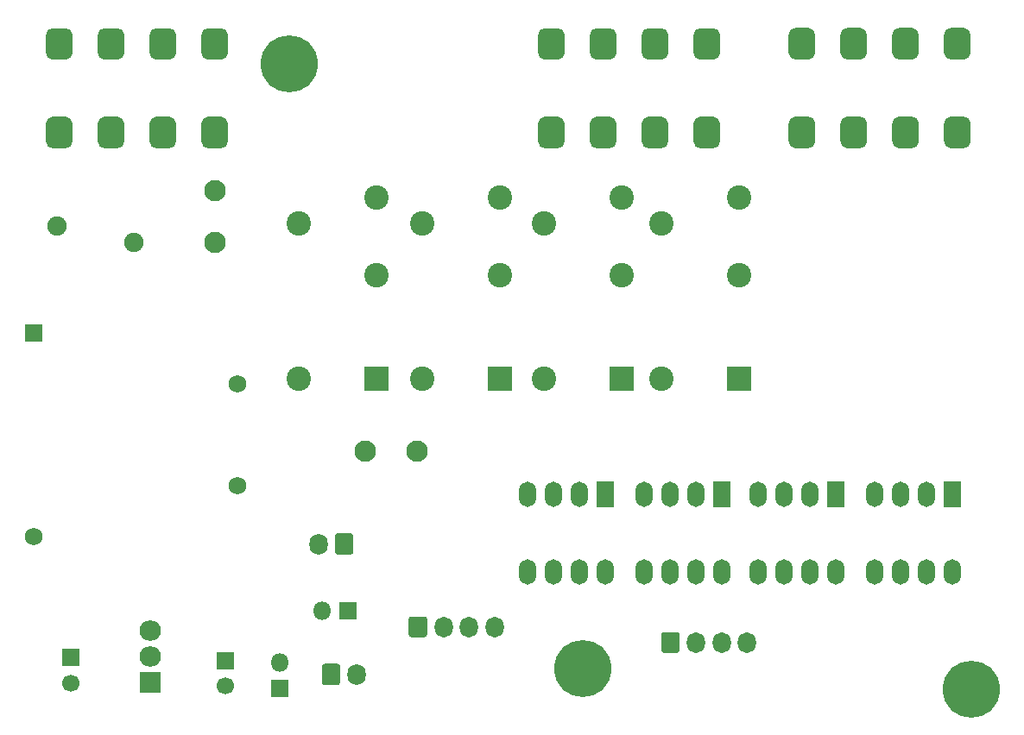
<source format=gbr>
G04 #@! TF.GenerationSoftware,KiCad,Pcbnew,(5.1.6)-1*
G04 #@! TF.CreationDate,2021-10-31T01:35:34+02:00*
G04 #@! TF.ProjectId,hamodule,68616d6f-6475-46c6-952e-6b696361645f,rev?*
G04 #@! TF.SameCoordinates,Original*
G04 #@! TF.FileFunction,Soldermask,Bot*
G04 #@! TF.FilePolarity,Negative*
%FSLAX46Y46*%
G04 Gerber Fmt 4.6, Leading zero omitted, Abs format (unit mm)*
G04 Created by KiCad (PCBNEW (5.1.6)-1) date 2021-10-31 01:35:34*
%MOMM*%
%LPD*%
G01*
G04 APERTURE LIST*
%ADD10C,1.750000*%
%ADD11R,1.750000X1.750000*%
%ADD12C,2.100000*%
%ADD13O,1.800000X1.800000*%
%ADD14R,1.800000X1.800000*%
%ADD15O,1.800000X2.100000*%
%ADD16C,1.700000*%
%ADD17R,1.700000X1.700000*%
%ADD18C,1.900000*%
%ADD19C,5.600000*%
%ADD20C,2.400000*%
%ADD21R,2.400000X2.400000*%
%ADD22O,1.800000X2.050000*%
%ADD23R,1.700000X2.500000*%
%ADD24O,1.700000X2.500000*%
%ADD25O,2.100000X2.005000*%
%ADD26R,2.100000X2.005000*%
G04 APERTURE END LIST*
D10*
X124076500Y-108568500D03*
X124076500Y-118568500D03*
X104076500Y-123568500D03*
D11*
X104076500Y-103568500D03*
G36*
G01*
X169466500Y-82333500D02*
X170766500Y-82333500D01*
G75*
G02*
X171416500Y-82983500I0J-650000D01*
G01*
X171416500Y-84783500D01*
G75*
G02*
X170766500Y-85433500I-650000J0D01*
G01*
X169466500Y-85433500D01*
G75*
G02*
X168816500Y-84783500I0J650000D01*
G01*
X168816500Y-82983500D01*
G75*
G02*
X169466500Y-82333500I650000J0D01*
G01*
G37*
G36*
G01*
X169466500Y-73633500D02*
X170766500Y-73633500D01*
G75*
G02*
X171416500Y-74283500I0J-650000D01*
G01*
X171416500Y-76083500D01*
G75*
G02*
X170766500Y-76733500I-650000J0D01*
G01*
X169466500Y-76733500D01*
G75*
G02*
X168816500Y-76083500I0J650000D01*
G01*
X168816500Y-74283500D01*
G75*
G02*
X169466500Y-73633500I650000J0D01*
G01*
G37*
G36*
G01*
X164386500Y-82333500D02*
X165686500Y-82333500D01*
G75*
G02*
X166336500Y-82983500I0J-650000D01*
G01*
X166336500Y-84783500D01*
G75*
G02*
X165686500Y-85433500I-650000J0D01*
G01*
X164386500Y-85433500D01*
G75*
G02*
X163736500Y-84783500I0J650000D01*
G01*
X163736500Y-82983500D01*
G75*
G02*
X164386500Y-82333500I650000J0D01*
G01*
G37*
G36*
G01*
X164386500Y-73633500D02*
X165686500Y-73633500D01*
G75*
G02*
X166336500Y-74283500I0J-650000D01*
G01*
X166336500Y-76083500D01*
G75*
G02*
X165686500Y-76733500I-650000J0D01*
G01*
X164386500Y-76733500D01*
G75*
G02*
X163736500Y-76083500I0J650000D01*
G01*
X163736500Y-74283500D01*
G75*
G02*
X164386500Y-73633500I650000J0D01*
G01*
G37*
G36*
G01*
X159306500Y-82333500D02*
X160606500Y-82333500D01*
G75*
G02*
X161256500Y-82983500I0J-650000D01*
G01*
X161256500Y-84783500D01*
G75*
G02*
X160606500Y-85433500I-650000J0D01*
G01*
X159306500Y-85433500D01*
G75*
G02*
X158656500Y-84783500I0J650000D01*
G01*
X158656500Y-82983500D01*
G75*
G02*
X159306500Y-82333500I650000J0D01*
G01*
G37*
G36*
G01*
X159306500Y-73633500D02*
X160606500Y-73633500D01*
G75*
G02*
X161256500Y-74283500I0J-650000D01*
G01*
X161256500Y-76083500D01*
G75*
G02*
X160606500Y-76733500I-650000J0D01*
G01*
X159306500Y-76733500D01*
G75*
G02*
X158656500Y-76083500I0J650000D01*
G01*
X158656500Y-74283500D01*
G75*
G02*
X159306500Y-73633500I650000J0D01*
G01*
G37*
G36*
G01*
X154226500Y-82333500D02*
X155526500Y-82333500D01*
G75*
G02*
X156176500Y-82983500I0J-650000D01*
G01*
X156176500Y-84783500D01*
G75*
G02*
X155526500Y-85433500I-650000J0D01*
G01*
X154226500Y-85433500D01*
G75*
G02*
X153576500Y-84783500I0J650000D01*
G01*
X153576500Y-82983500D01*
G75*
G02*
X154226500Y-82333500I650000J0D01*
G01*
G37*
G36*
G01*
X154226500Y-73633500D02*
X155526500Y-73633500D01*
G75*
G02*
X156176500Y-74283500I0J-650000D01*
G01*
X156176500Y-76083500D01*
G75*
G02*
X155526500Y-76733500I-650000J0D01*
G01*
X154226500Y-76733500D01*
G75*
G02*
X153576500Y-76083500I0J650000D01*
G01*
X153576500Y-74283500D01*
G75*
G02*
X154226500Y-73633500I650000J0D01*
G01*
G37*
D12*
X141668500Y-115125500D03*
X136588500Y-115125500D03*
D13*
X128257300Y-135928100D03*
D14*
X128257300Y-138468100D03*
D15*
X135775700Y-137071100D03*
G36*
G01*
X132375700Y-137856394D02*
X132375700Y-136285806D01*
G75*
G02*
X132640406Y-136021100I264706J0D01*
G01*
X133910994Y-136021100D01*
G75*
G02*
X134175700Y-136285806I0J-264706D01*
G01*
X134175700Y-137856394D01*
G75*
G02*
X133910994Y-138121100I-264706J0D01*
G01*
X132640406Y-138121100D01*
G75*
G02*
X132375700Y-137856394I0J264706D01*
G01*
G37*
G36*
G01*
X194033500Y-82321500D02*
X195333500Y-82321500D01*
G75*
G02*
X195983500Y-82971500I0J-650000D01*
G01*
X195983500Y-84771500D01*
G75*
G02*
X195333500Y-85421500I-650000J0D01*
G01*
X194033500Y-85421500D01*
G75*
G02*
X193383500Y-84771500I0J650000D01*
G01*
X193383500Y-82971500D01*
G75*
G02*
X194033500Y-82321500I650000J0D01*
G01*
G37*
G36*
G01*
X194033500Y-73621500D02*
X195333500Y-73621500D01*
G75*
G02*
X195983500Y-74271500I0J-650000D01*
G01*
X195983500Y-76071500D01*
G75*
G02*
X195333500Y-76721500I-650000J0D01*
G01*
X194033500Y-76721500D01*
G75*
G02*
X193383500Y-76071500I0J650000D01*
G01*
X193383500Y-74271500D01*
G75*
G02*
X194033500Y-73621500I650000J0D01*
G01*
G37*
G36*
G01*
X188953500Y-82321500D02*
X190253500Y-82321500D01*
G75*
G02*
X190903500Y-82971500I0J-650000D01*
G01*
X190903500Y-84771500D01*
G75*
G02*
X190253500Y-85421500I-650000J0D01*
G01*
X188953500Y-85421500D01*
G75*
G02*
X188303500Y-84771500I0J650000D01*
G01*
X188303500Y-82971500D01*
G75*
G02*
X188953500Y-82321500I650000J0D01*
G01*
G37*
G36*
G01*
X188953500Y-73621500D02*
X190253500Y-73621500D01*
G75*
G02*
X190903500Y-74271500I0J-650000D01*
G01*
X190903500Y-76071500D01*
G75*
G02*
X190253500Y-76721500I-650000J0D01*
G01*
X188953500Y-76721500D01*
G75*
G02*
X188303500Y-76071500I0J650000D01*
G01*
X188303500Y-74271500D01*
G75*
G02*
X188953500Y-73621500I650000J0D01*
G01*
G37*
G36*
G01*
X183873500Y-82321500D02*
X185173500Y-82321500D01*
G75*
G02*
X185823500Y-82971500I0J-650000D01*
G01*
X185823500Y-84771500D01*
G75*
G02*
X185173500Y-85421500I-650000J0D01*
G01*
X183873500Y-85421500D01*
G75*
G02*
X183223500Y-84771500I0J650000D01*
G01*
X183223500Y-82971500D01*
G75*
G02*
X183873500Y-82321500I650000J0D01*
G01*
G37*
G36*
G01*
X183873500Y-73621500D02*
X185173500Y-73621500D01*
G75*
G02*
X185823500Y-74271500I0J-650000D01*
G01*
X185823500Y-76071500D01*
G75*
G02*
X185173500Y-76721500I-650000J0D01*
G01*
X183873500Y-76721500D01*
G75*
G02*
X183223500Y-76071500I0J650000D01*
G01*
X183223500Y-74271500D01*
G75*
G02*
X183873500Y-73621500I650000J0D01*
G01*
G37*
G36*
G01*
X178793500Y-82321500D02*
X180093500Y-82321500D01*
G75*
G02*
X180743500Y-82971500I0J-650000D01*
G01*
X180743500Y-84771500D01*
G75*
G02*
X180093500Y-85421500I-650000J0D01*
G01*
X178793500Y-85421500D01*
G75*
G02*
X178143500Y-84771500I0J650000D01*
G01*
X178143500Y-82971500D01*
G75*
G02*
X178793500Y-82321500I650000J0D01*
G01*
G37*
G36*
G01*
X178793500Y-73621500D02*
X180093500Y-73621500D01*
G75*
G02*
X180743500Y-74271500I0J-650000D01*
G01*
X180743500Y-76071500D01*
G75*
G02*
X180093500Y-76721500I-650000J0D01*
G01*
X178793500Y-76721500D01*
G75*
G02*
X178143500Y-76071500I0J650000D01*
G01*
X178143500Y-74271500D01*
G75*
G02*
X178793500Y-73621500I650000J0D01*
G01*
G37*
G36*
G01*
X121206500Y-82333500D02*
X122506500Y-82333500D01*
G75*
G02*
X123156500Y-82983500I0J-650000D01*
G01*
X123156500Y-84783500D01*
G75*
G02*
X122506500Y-85433500I-650000J0D01*
G01*
X121206500Y-85433500D01*
G75*
G02*
X120556500Y-84783500I0J650000D01*
G01*
X120556500Y-82983500D01*
G75*
G02*
X121206500Y-82333500I650000J0D01*
G01*
G37*
G36*
G01*
X121206500Y-73633500D02*
X122506500Y-73633500D01*
G75*
G02*
X123156500Y-74283500I0J-650000D01*
G01*
X123156500Y-76083500D01*
G75*
G02*
X122506500Y-76733500I-650000J0D01*
G01*
X121206500Y-76733500D01*
G75*
G02*
X120556500Y-76083500I0J650000D01*
G01*
X120556500Y-74283500D01*
G75*
G02*
X121206500Y-73633500I650000J0D01*
G01*
G37*
G36*
G01*
X116126500Y-82333500D02*
X117426500Y-82333500D01*
G75*
G02*
X118076500Y-82983500I0J-650000D01*
G01*
X118076500Y-84783500D01*
G75*
G02*
X117426500Y-85433500I-650000J0D01*
G01*
X116126500Y-85433500D01*
G75*
G02*
X115476500Y-84783500I0J650000D01*
G01*
X115476500Y-82983500D01*
G75*
G02*
X116126500Y-82333500I650000J0D01*
G01*
G37*
G36*
G01*
X116126500Y-73633500D02*
X117426500Y-73633500D01*
G75*
G02*
X118076500Y-74283500I0J-650000D01*
G01*
X118076500Y-76083500D01*
G75*
G02*
X117426500Y-76733500I-650000J0D01*
G01*
X116126500Y-76733500D01*
G75*
G02*
X115476500Y-76083500I0J650000D01*
G01*
X115476500Y-74283500D01*
G75*
G02*
X116126500Y-73633500I650000J0D01*
G01*
G37*
G36*
G01*
X111046500Y-82333500D02*
X112346500Y-82333500D01*
G75*
G02*
X112996500Y-82983500I0J-650000D01*
G01*
X112996500Y-84783500D01*
G75*
G02*
X112346500Y-85433500I-650000J0D01*
G01*
X111046500Y-85433500D01*
G75*
G02*
X110396500Y-84783500I0J650000D01*
G01*
X110396500Y-82983500D01*
G75*
G02*
X111046500Y-82333500I650000J0D01*
G01*
G37*
G36*
G01*
X111046500Y-73633500D02*
X112346500Y-73633500D01*
G75*
G02*
X112996500Y-74283500I0J-650000D01*
G01*
X112996500Y-76083500D01*
G75*
G02*
X112346500Y-76733500I-650000J0D01*
G01*
X111046500Y-76733500D01*
G75*
G02*
X110396500Y-76083500I0J650000D01*
G01*
X110396500Y-74283500D01*
G75*
G02*
X111046500Y-73633500I650000J0D01*
G01*
G37*
G36*
G01*
X105966500Y-82333500D02*
X107266500Y-82333500D01*
G75*
G02*
X107916500Y-82983500I0J-650000D01*
G01*
X107916500Y-84783500D01*
G75*
G02*
X107266500Y-85433500I-650000J0D01*
G01*
X105966500Y-85433500D01*
G75*
G02*
X105316500Y-84783500I0J650000D01*
G01*
X105316500Y-82983500D01*
G75*
G02*
X105966500Y-82333500I650000J0D01*
G01*
G37*
G36*
G01*
X105966500Y-73633500D02*
X107266500Y-73633500D01*
G75*
G02*
X107916500Y-74283500I0J-650000D01*
G01*
X107916500Y-76083500D01*
G75*
G02*
X107266500Y-76733500I-650000J0D01*
G01*
X105966500Y-76733500D01*
G75*
G02*
X105316500Y-76083500I0J650000D01*
G01*
X105316500Y-74283500D01*
G75*
G02*
X105966500Y-73633500I650000J0D01*
G01*
G37*
D13*
X132372100Y-130850640D03*
D14*
X134912100Y-130850640D03*
D16*
X122872500Y-138188700D03*
D17*
X122872500Y-135688700D03*
D16*
X107759500Y-137920100D03*
D17*
X107759500Y-135420100D03*
D18*
X113916500Y-94673500D03*
X106416500Y-93040170D03*
D19*
X129171700Y-77152500D03*
D20*
X154114500Y-108013500D03*
X154114500Y-92773500D03*
X161734500Y-90233500D03*
X161734500Y-97853500D03*
D21*
X161734500Y-108013500D03*
D22*
X149288500Y-132397500D03*
X146788500Y-132397500D03*
X144288500Y-132397500D03*
G36*
G01*
X140888500Y-133157794D02*
X140888500Y-131637206D01*
G75*
G02*
X141153206Y-131372500I264706J0D01*
G01*
X142423794Y-131372500D01*
G75*
G02*
X142688500Y-131637206I0J-264706D01*
G01*
X142688500Y-133157794D01*
G75*
G02*
X142423794Y-133422500I-264706J0D01*
G01*
X141153206Y-133422500D01*
G75*
G02*
X140888500Y-133157794I0J264706D01*
G01*
G37*
D23*
X171626500Y-119427500D03*
D24*
X164006500Y-127047500D03*
X169086500Y-119427500D03*
X166546500Y-127047500D03*
X166546500Y-119427500D03*
X169086500Y-127047500D03*
X164006500Y-119427500D03*
X171626500Y-127047500D03*
D23*
X194232500Y-119427500D03*
D24*
X186612500Y-127047500D03*
X191692500Y-119427500D03*
X189152500Y-127047500D03*
X189152500Y-119427500D03*
X191692500Y-127047500D03*
X186612500Y-119427500D03*
X194232500Y-127047500D03*
D23*
X182802500Y-119427500D03*
D24*
X175182500Y-127047500D03*
X180262500Y-119427500D03*
X177722500Y-127047500D03*
X177722500Y-119427500D03*
X180262500Y-127047500D03*
X175182500Y-119427500D03*
X182802500Y-127047500D03*
D23*
X160196500Y-119427500D03*
D24*
X152576500Y-127047500D03*
X157656500Y-119427500D03*
X155116500Y-127047500D03*
X155116500Y-119427500D03*
X157656500Y-127047500D03*
X152576500Y-119427500D03*
X160196500Y-127047500D03*
D25*
X115531900Y-132778500D03*
X115531900Y-135318500D03*
D26*
X115531900Y-137858500D03*
D22*
X174060500Y-133921500D03*
X171560500Y-133921500D03*
X169060500Y-133921500D03*
G36*
G01*
X165660500Y-134681794D02*
X165660500Y-133161206D01*
G75*
G02*
X165925206Y-132896500I264706J0D01*
G01*
X167195794Y-132896500D01*
G75*
G02*
X167460500Y-133161206I0J-264706D01*
G01*
X167460500Y-134681794D01*
G75*
G02*
X167195794Y-134946500I-264706J0D01*
G01*
X165925206Y-134946500D01*
G75*
G02*
X165660500Y-134681794I0J264706D01*
G01*
G37*
D15*
X132056500Y-124269500D03*
G36*
G01*
X135456500Y-123484206D02*
X135456500Y-125054794D01*
G75*
G02*
X135191794Y-125319500I-264706J0D01*
G01*
X133921206Y-125319500D01*
G75*
G02*
X133656500Y-125054794I0J264706D01*
G01*
X133656500Y-123484206D01*
G75*
G02*
X133921206Y-123219500I264706J0D01*
G01*
X135191794Y-123219500D01*
G75*
G02*
X135456500Y-123484206I0J-264706D01*
G01*
G37*
D19*
X157924500Y-136461500D03*
X196024500Y-138493500D03*
D12*
X121856500Y-94678500D03*
X121856500Y-89598500D03*
D20*
X130111500Y-108013500D03*
X130111500Y-92773500D03*
X137731500Y-90233500D03*
X137731500Y-97853500D03*
D21*
X137731500Y-108013500D03*
D20*
X142176500Y-108013500D03*
X142176500Y-92773500D03*
X149796500Y-90233500D03*
X149796500Y-97853500D03*
D21*
X149796500Y-108013500D03*
D20*
X165671500Y-108013500D03*
X165671500Y-92773500D03*
X173291500Y-90233500D03*
X173291500Y-97853500D03*
D21*
X173291500Y-108013500D03*
M02*

</source>
